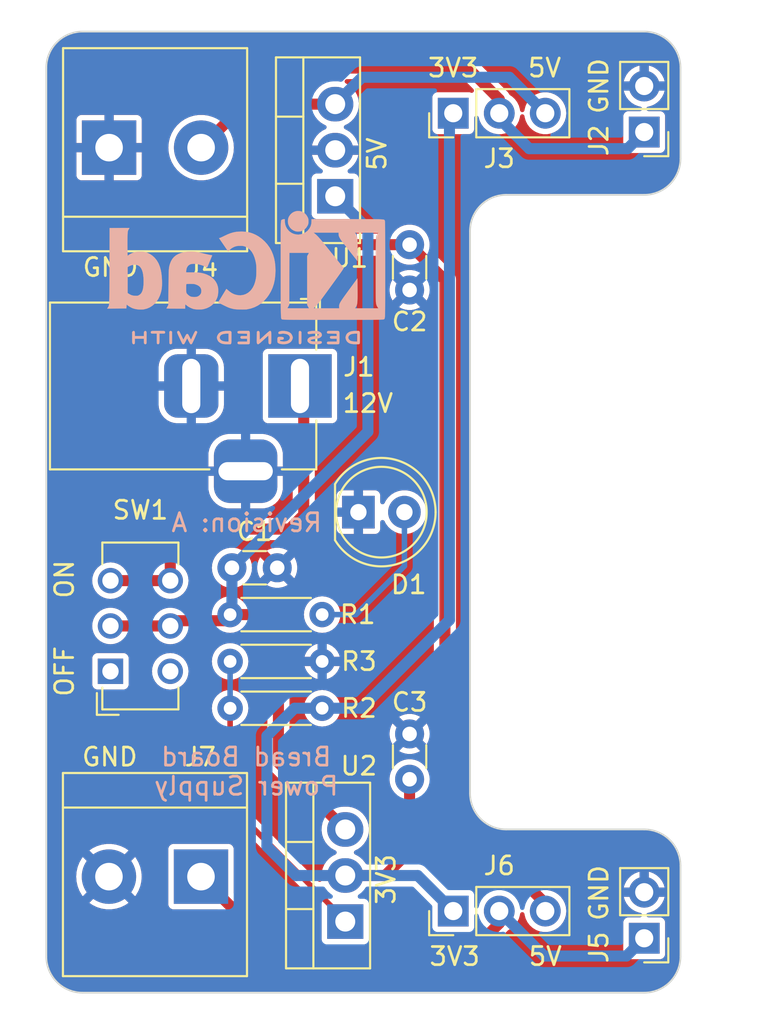
<source format=kicad_pcb>
(kicad_pcb (version 20221018) (generator pcbnew)
  (title_block (title "Bread Board Power Supply") (date "2023-12-08") (rev "A") (company "Project 2 of KiCad Like a Pro"))
  (layers (0 "F.Cu" signal) (31 "B.Cu" signal) (34 "B.Paste" user) (35 "F.Paste" user) (36 "B.SilkS" user "B.Silkscreen") (37 "F.SilkS" user "F.Silkscreen") (38 "B.Mask" user) (39 "F.Mask" user) (44 "Edge.Cuts" user))
  (net 0 "")
  (net 1 "/12V")
  (net 2 "GND")
  (net 3 "/3V3")
  (net 4 "/5V")
  (net 5 "Net-(D1-A)")
  (net 6 "Net-(SW1A-C)")
  (net 7 "/DOWN")
  (net 8 "/UP")
  (net 9 "Net-(U2-ADJ)")
  (footprint "TerminalBlock:TerminalBlock_bornier-2_P5.08mm" (layer "F.Cu") (at 134.5361 116.6016 180)
    (fp_text reference "J7" (at 0.0361 6.6016) (layer "F.SilkS"))
    (fp_text value "Screw_Terminal_01x02")
    (fp_text user "GND" (at 5.0361 6.6016 unlocked) (layer "F.SilkS"))
    (pad "1" thru_hole rect (at 0 0 180) (size 3 3) (drill 1.52) (layers "*.Cu" "*.Mask") (net 7 "/DOWN"))
    (pad "2" thru_hole circle (at 5.08 0 180) (size 3 3) (drill 1.52) (layers "*.Cu" "*.Mask") (net 2 "GND"))
  )
  (footprint "Capacitor_THT:C_Disc_D3.0mm_W1.6mm_P2.50mm" (layer "F.Cu") (at 146.05 111.232 90)
    (fp_text reference "C3" (at 4.25 0) (layer "F.SilkS"))
    (fp_text value "1uF")
    (pad "1" thru_hole circle (at 0 0 90) (size 1.6 1.6) (drill 0.8) (layers "*.Cu" "*.Mask") (net 3 "/3V3"))
    (pad "2" thru_hole circle (at 2.5 0 90) (size 1.6 1.6) (drill 0.8) (layers "*.Cu" "*.Mask") (net 2 "GND"))
  )
  (footprint "Connector_PinHeader_2.54mm:PinHeader_1x03_P2.54mm_Vertical" (layer "F.Cu") (at 148.46 118.5 90)
    (fp_text reference "J6" (at 2.5 2.54 180) (layer "F.SilkS"))
    (fp_text value "Conn_01x03_Pin")
    (fp_text user "5V" (at -2.5 5.08 unlocked) (layer "F.SilkS"))
    (fp_text user "3V3" (at -2.5 0.08 unlocked) (layer "F.SilkS"))
    (pad "1" thru_hole rect locked (at 0 0 90) (size 1.7 1.7) (drill 1) (layers "*.Cu" "*.Mask") (net 3 "/3V3"))
    (pad "2" thru_hole oval locked (at 0 2.54 90) (size 1.7 1.7) (drill 1) (layers "*.Cu" "*.Mask") (net 7 "/DOWN"))
    (pad "3" thru_hole oval locked (at 0 5.08 90) (size 1.7 1.7) (drill 1) (layers "*.Cu" "*.Mask") (net 4 "/5V"))
  )
  (footprint "LED_THT:LED_D5.0mm" (layer "F.Cu") (at 143.225 96.5)
    (fp_text reference "D1" (at 2.775 4) (layer "F.SilkS"))
    (fp_text value "LED")
    (pad "1" thru_hole rect (at 0 0) (size 1.8 1.8) (drill 0.9) (layers "*.Cu" "*.Mask") (net 2 "GND"))
    (pad "2" thru_hole circle (at 2.54 0) (size 1.8 1.8) (drill 0.9) (layers "*.Cu" "*.Mask") (net 5 "Net-(D1-A)"))
  )
  (footprint "Resistor_THT:R_Axial_DIN0204_L3.6mm_D1.6mm_P5.08mm_Horizontal" (layer "F.Cu") (at 141.224 107.315 180)
    (fp_text reference "R2" (at -2.032 0) (layer "F.SilkS"))
    (fp_text value "330R")
    (pad "1" thru_hole circle (at 0 0 180) (size 1.4 1.4) (drill 0.7) (layers "*.Cu" "*.Mask") (net 3 "/3V3"))
    (pad "2" thru_hole oval (at 5.08 0 180) (size 1.4 1.4) (drill 0.7) (layers "*.Cu" "*.Mask") (net 9 "Net-(U2-ADJ)"))
  )
  (footprint "TerminalBlock:TerminalBlock_bornier-2_P5.08mm" (layer "F.Cu") (at 129.4639 76.3984)
    (fp_text reference "J4" (at 5.1561 6.6016) (layer "F.SilkS"))
    (fp_text value "Screw_Terminal_01x02")
    (fp_text user "GND" (at 0.0761 6.6016 unlocked) (layer "F.SilkS"))
    (pad "1" thru_hole rect (at 0 0) (size 3 3) (drill 1.52) (layers "*.Cu" "*.Mask") (net 2 "GND"))
    (pad "2" thru_hole circle (at 5.08 0) (size 3 3) (drill 1.52) (layers "*.Cu" "*.Mask") (net 8 "/UP"))
  )
  (footprint "Connector_PinHeader_2.54mm:PinHeader_1x03_P2.54mm_Vertical" (layer "F.Cu") (at 148.46 74.5 90)
    (fp_text reference "J3" (at -2.5 2.54) (layer "F.SilkS"))
    (fp_text value "Conn_01x03_Pin")
    (fp_text user "3V3" (at 2.5 0 unlocked) (layer "F.SilkS"))
    (fp_text user "5V" (at 2.5 5.04 unlocked) (layer "F.SilkS"))
    (pad "1" thru_hole rect locked (at 0 0 90) (size 1.7 1.7) (drill 1) (layers "*.Cu" "*.Mask") (net 3 "/3V3"))
    (pad "2" thru_hole oval locked (at 0 2.54 90) (size 1.7 1.7) (drill 1) (layers "*.Cu" "*.Mask") (net 8 "/UP"))
    (pad "3" thru_hole oval locked (at 0 5.08 90) (size 1.7 1.7) (drill 1) (layers "*.Cu" "*.Mask") (net 4 "/5V"))
  )
  (footprint "Button_Switch_THT:SW_CuK_JS202011CQN_DPDT_Straight" (layer "F.Cu") (at 129.54 105.2775 90)
    (fp_text reference "SW1" (at 8.89 1.65) (layer "F.SilkS"))
    (fp_text value "SW_DPDT_x2")
    (fp_text user "ON" (at 5.08 -2.54 90 unlocked) (layer "F.SilkS"))
    (fp_text user "OFF" (at 0 -2.54 90 unlocked) (layer "F.SilkS"))
    (pad "1" thru_hole rect (at 0 0 90) (size 1.4 1.4) (drill 0.9) (layers "*.Cu" "*.Mask"))
    (pad "2" thru_hole circle (at 2.5 0 90) (size 1.4 1.4) (drill 0.9) (layers "*.Cu" "*.Mask") (net 1 "/12V"))
    (pad "3" thru_hole circle (at 5 0 90) (size 1.4 1.4) (drill 0.9) (layers "*.Cu" "*.Mask") (net 6 "Net-(SW1A-C)"))
    (pad "4" thru_hole circle (at 0 3.3 90) (size 1.4 1.4) (drill 0.9) (layers "*.Cu" "*.Mask"))
    (pad "5" thru_hole circle (at 2.5 3.3 90) (size 1.4 1.4) (drill 0.9) (layers "*.Cu" "*.Mask") (net 1 "/12V"))
    (pad "6" thru_hole circle (at 5 3.3 90) (size 1.4 1.4) (drill 0.9) (layers "*.Cu" "*.Mask") (net 6 "Net-(SW1A-C)"))
  )
  (footprint "Connector_BarrelJack:BarrelJack_Horizontal" (layer "F.Cu") (at 140 89.5425)
    (fp_text reference "J1" (at 3.25 -1.0425) (layer "F.SilkS"))
    (fp_text value "Barrel_Jack_Switch")
    (fp_text user "12V" (at 3.75 0.9575 unlocked) (layer "F.SilkS"))
    (pad "1" thru_hole rect (at 0 0) (size 3.5 3.5) (drill oval 1 3) (layers "*.Cu" "*.Mask") (net 6 "Net-(SW1A-C)"))
    (pad "2" thru_hole roundrect (at -6 0) (size 3 3.5) (drill oval 1 3) (layers "*.Cu" "*.Mask") (net 2 "GND"))
    (pad "3" thru_hole roundrect (at -3 4.7) (size 3.5 3.5) (drill oval 3 1) (layers "*.Cu" "*.Mask") (net 2 "GND"))
  )
  (footprint "Connector_PinHeader_2.54mm:PinHeader_1x02_P2.54mm_Vertical" (layer "F.Cu") (at 159 75.54 180)
    (fp_text reference "J2" (at 2.5 -0.46 90) (layer "F.SilkS"))
    (fp_text value "Conn_01x02_Pin")
    (fp_text user "GND" (at 2.5 2.54 90 unlocked) (layer "F.SilkS"))
    (pad "1" thru_hole rect locked (at 0 0 180) (size 1.7 1.7) (drill 1) (layers "*.Cu" "*.Mask") (net 8 "/UP"))
    (pad "2" thru_hole oval locked (at 0 2.54 180) (size 1.7 1.7) (drill 1) (layers "*.Cu" "*.Mask") (net 2 "GND"))
  )
  (footprint "Capacitor_THT:C_Disc_D3.0mm_W1.6mm_P2.50mm" (layer "F.Cu") (at 146.05 81.75 -90)
    (fp_text reference "C2" (at 4.25 0 -180) (layer "F.SilkS"))
    (fp_text value "100nF")
    (pad "1" thru_hole circle (at 0 0 270) (size 1.6 1.6) (drill 0.8) (layers "*.Cu" "*.Mask") (net 4 "/5V"))
    (pad "2" thru_hole circle (at 2.5 0 270) (size 1.6 1.6) (drill 0.8) (layers "*.Cu" "*.Mask") (net 2 "GND"))
  )
  (footprint "Package_TO_SOT_THT:TO-220-3_Vertical" (layer "F.Cu") (at 141.945 79.08 90)
    (fp_text reference "U1" (at -3.42 0.805 180) (layer "F.SilkS"))
    (fp_text value "LM7805_TO220")
    (fp_text user "5V" (at 2.33 2.305 90 unlocked) (layer "F.SilkS"))
    (pad "1" thru_hole rect (at 0 0 90) (size 1.905 2) (drill 1.1) (layers "*.Cu" "*.Mask") (net 1 "/12V"))
    (pad "2" thru_hole oval (at 2.54 0 90) (size 1.905 2) (drill 1.1) (layers "*.Cu" "*.Mask") (net 2 "GND"))
    (pad "3" thru_hole oval (at 5.08 0 90) (size 1.905 2) (drill 1.1) (layers "*.Cu" "*.Mask") (net 4 "/5V"))
  )
  (footprint "Capacitor_THT:C_Disc_D3.0mm_W1.6mm_P2.50mm" (layer "F.Cu") (at 136.244 99.568)
    (fp_text reference "C1" (at 1.25 -2) (layer "F.SilkS"))
    (fp_text value "10uF")
    (pad "1" thru_hole circle (at 0 0) (size 1.6 1.6) (drill 0.8) (layers "*.Cu" "*.Mask") (net 1 "/12V"))
    (pad "2" thru_hole circle (at 2.5 0) (size 1.6 1.6) (drill 0.8) (layers "*.Cu" "*.Mask") (net 2 "GND"))
  )
  (footprint "Resistor_THT:R_Axial_DIN0204_L3.6mm_D1.6mm_P5.08mm_Horizontal" (layer "F.Cu") (at 136.144 102.150333)
    (fp_text reference "R1" (at 7.04 0) (layer "F.SilkS"))
    (fp_text value "330R")
    (pad "1" thru_hole circle (at 0 0) (size 1.4 1.4) (drill 0.7) (layers "*.Cu" "*.Mask") (net 1 "/12V"))
    (pad "2" thru_hole oval (at 5.08 0) (size 1.4 1.4) (drill 0.7) (layers "*.Cu" "*.Mask") (net 5 "Net-(D1-A)"))
  )
  (footprint "Resistor_THT:R_Axial_DIN0204_L3.6mm_D1.6mm_P5.08mm_Horizontal" (layer "F.Cu") (at 136.144 104.732666)
    (fp_text reference "R3" (at 7.112 0) (layer "F.SilkS"))
    (fp_text value "560R")
    (pad "1" thru_hole circle (at 0 0) (size 1.4 1.4) (drill 0.7) (layers "*.Cu" "*.Mask") (net 9 "Net-(U2-ADJ)"))
    (pad "2" thru_hole oval (at 5.08 0) (size 1.4 1.4) (drill 0.7) (layers "*.Cu" "*.Mask") (net 2 "GND"))
  )
  (footprint "Connector_PinHeader_2.54mm:PinHeader_1x02_P2.54mm_Vertical" (layer "F.Cu") (at 159 120 180)
    (fp_text reference "J5" (at 2.5 -0.5 90) (layer "F.SilkS"))
    (fp_text value "Conn_01x02_Pin")
    (fp_text user "GND" (at 2.5 2.5 90 unlocked) (layer "F.SilkS"))
    (pad "1" thru_hole rect locked (at 0 0 180) (size 1.7 1.7) (drill 1) (layers "*.Cu" "*.Mask") (net 7 "/DOWN"))
    (pad "2" thru_hole oval locked (at 0 2.54 180) (size 1.7 1.7) (drill 1) (layers "*.Cu" "*.Mask") (net 2 "GND"))
  )
  (footprint "Package_TO_SOT_THT:TO-220-3_Vertical" (layer "F.Cu") (at 142.5 119.08 90)
    (fp_text reference "U2" (at 8.58 0.75 180) (layer "F.SilkS"))
    (fp_text value "LM317_TO-220")
    (fp_text user "3V3" (at 2.33 2.25 90 unlocked) (layer "F.SilkS"))
    (pad "1" thru_hole rect (at 0 0 90) (size 1.905 2) (drill 1.1) (layers "*.Cu" "*.Mask") (net 9 "Net-(U2-ADJ)"))
    (pad "2" thru_hole oval (at 2.54 0 90) (size 1.905 2) (drill 1.1) (layers "*.Cu" "*.Mask") (net 3 "/3V3"))
    (pad "3" thru_hole oval (at 5.08 0 90) (size 1.905 2) (drill 1.1) (layers "*.Cu" "*.Mask") (net 1 "/12V"))
  )
  (footprint "Symbol:KiCad-Logo2_6mm_SilkScreen" (layer "B.Cu") (at 137.040487 82.870848 180)
    (fp_text reference "TAG1" hide)
    (fp_text value "KiCad-Logo2_6mm_SilkScreen" hide)
  )
  (gr_arc (start 149.384 81) (mid 149.969786 79.585786) (end 151.384 79) (stroke (width 0.1)) (layer "Edge.Cuts"))
  (gr_line (start 161 72) (end 161 77) (stroke (width 0.1)) (layer "Edge.Cuts"))
  (gr_arc (start 128 123) (mid 126.585786 122.414214) (end 126 121) (stroke (width 0.1)) (layer "Edge.Cuts"))
  (gr_arc (start 161 121) (mid 160.414214 122.414214) (end 159 123) (stroke (width 0.1)) (layer "Edge.Cuts"))
  (gr_arc (start 151.384 114) (mid 149.969786 113.414214) (end 149.384 112) (stroke (width 0.1)) (layer "Edge.Cuts"))
  (gr_line (start 128 70) (end 159 70) (stroke (width 0.1)) (layer "Edge.Cuts"))
  (gr_arc (start 159 114) (mid 160.414214 114.585786) (end 161 116) (stroke (width 0.1)) (layer "Edge.Cuts"))
  (gr_line (start 126 72) (end 126 121) (stroke (width 0.1)) (layer "Edge.Cuts"))
  (gr_line (start 161 116) (end 161 121) (stroke (width 0.1)) (layer "Edge.Cuts"))
  (gr_line (start 149.384 112) (end 149.384 81) (stroke (width 0.1)) (layer "Edge.Cuts"))
  (gr_line (start 128 123) (end 159 123) (stroke (width 0.1)) (layer "Edge.Cuts"))
  (gr_arc (start 126 72) (mid 126.585786 70.585786) (end 128 70) (stroke (width 0.1)) (layer "Edge.Cuts"))
  (gr_arc (start 161 77) (mid 160.414214 78.414214) (end 159 79) (stroke (width 0.1)) (layer "Edge.Cuts"))
  (gr_line (start 151.384 114) (end 159 114) (stroke (width 0.1)) (layer "Edge.Cuts"))
  (gr_line (start 151.384 79) (end 159 79) (stroke (width 0.1)) (layer "Edge.Cuts"))
  (gr_arc (start 159 70) (mid 160.414214 70.585786) (end 161 72) (stroke (width 0.1)) (layer "Edge.Cuts"))
  (gr_text "Bread Board\nPower Supply" (at 137.033 112.1918) (layer "B.SilkS") (effects (font (size 1 1)) (justify bottom mirror)))
  (gr_text "Revision: A" (at 141.300857 97.663) (layer "B.SilkS") (effects (font (size 1 1)) (justify left bottom mirror)))
  (segment (start 137.710333 102.150333) (end 138.811 103.251) (width 0.6096) (layer "F.Cu") (net 1))
  (segment (start 129.54 102.7775) (end 132.84 102.7775) (width 0.6096) (layer "F.Cu") (net 1))
  (segment (start 133.1285 102.489) (end 135.805333 102.489) (width 0.6096) (layer "F.Cu") (net 1))
  (segment (start 135.805333 102.489) (end 136.144 102.150333) (width 0.6096) (layer "F.Cu") (net 1))
  (segment (start 132.84 102.7775) (end 133.1285 102.489) (width 0.6096) (layer "F.Cu") (net 1))
  (segment (start 138.811 110.311) (end 142.5 114) (width 0.6096) (layer "F.Cu") (net 1))
  (segment (start 138.811 103.251) (end 138.811 110.311) (width 0.6096) (layer "F.Cu") (net 1))
  (segment (start 136.144 102.150333) (end 137.710333 102.150333) (width 0.6096) (layer "F.Cu") (net 1))
  (segment (start 136.244 99.568) (end 136.244 102.050333) (width 0.6096) (layer "B.Cu") (net 1))
  (segment (start 143.75 92.062) (end 136.244 99.568) (width 0.6096) (layer "B.Cu") (net 1))
  (segment (start 136.244 102.050333) (end 136.144 102.150333) (width 0.6096) (layer "B.Cu") (net 1))
  (segment (start 143.75 80.885) (end 143.75 92.062) (width 0.6096) (layer "B.Cu") (net 1))
  (segment (start 141.945 79.08) (end 143.75 80.885) (width 0.6096) (layer "B.Cu") (net 1))
  (segment (start 146.05 115.189) (end 144.699 116.54) (width 0.6096) (layer "F.Cu") (net 3))
  (segment (start 144.699 116.54) (end 142.5 116.54) (width 0.6096) (layer "F.Cu") (net 3))
  (segment (start 146.05 111.232) (end 146.05 115.189) (width 0.6096) (layer "F.Cu") (net 3))
  (segment (start 138.176 114.935) (end 138.176 108.839) (width 0.6096) (layer "B.Cu") (net 3))
  (segment (start 142.5 116.54) (end 139.781 116.54) (width 0.6096) (layer "B.Cu") (net 3))
  (segment (start 141.224 107.315) (end 143.383 107.315) (width 0.6096) (layer "B.Cu") (net 3))
  (segment (start 148.25 102.448) (end 148.25 74.71) (width 0.6096) (layer "B.Cu") (net 3))
  (segment (start 139.781 116.54) (end 138.176 114.935) (width 0.6096) (layer "B.Cu") (net 3))
  (segment (start 142.5 116.54) (end 146.5 116.54) (width 0.6096) (layer "B.Cu") (net 3))
  (segment (start 138.176 108.839) (end 139.7 107.315) (width 0.6096) (layer "B.Cu") (net 3))
  (segment (start 146.5 116.54) (end 148.46 118.5) (width 0.6096) (layer "B.Cu") (net 3))
  (segment (start 148.25 74.71) (end 148.46 74.5) (width 0.6096) (layer "B.Cu") (net 3))
  (segment (start 139.7 107.315) (end 141.224 107.315) (width 0.6096) (layer "B.Cu") (net 3))
  (segment (start 143.383 107.315) (end 148.25 102.448) (width 0.6096) (layer "B.Cu") (net 3))
  (segment (start 149.1488 116.6368) (end 152.0952 116.6368) (width 0.6096) (layer "F.Cu") (net 4))
  (segment (start 141.945 74) (end 140.376 74) (width 0.6096) (layer "F.Cu") (net 4))
  (segment (start 153.54 118.0816) (end 153.54 118.5) (width 0.6096) (layer "F.Cu") (net 4))
  (segment (start 140.208 81.75) (end 146.05 81.75) (width 0.6096) (layer "F.Cu") (net 4))
  (segment (start 140.376 74) (end 138.684 75.692) (width 0.6096) (layer "F.Cu") (net 4))
  (segment (start 152.0952 116.6368) (end 153.54 118.0816) (width 0.6096) (layer "F.Cu") (net 4))
  (segment (start 146.05 81.75) (end 148 83.7) (width 0.6096) (layer "F.Cu") (net 4))
  (segment (start 148 115.488) (end 149.1488 116.6368) (width 0.6096) (layer "F.Cu") (net 4))
  (segment (start 138.684 75.692) (end 138.684 80.226) (width 0.6096) (layer "F.Cu") (net 4))
  (segment (start 138.684 80.226) (end 140.208 81.75) (width 0.6096) (layer "F.Cu") (net 4))
  (segment (start 148 83.7) (end 148 115.488) (width 0.6096) (layer "F.Cu") (net 4))
  (segment (start 141.945 74) (end 143.428 72.517) (width 0.6096) (layer "B.Cu") (net 4))
  (segment (start 143.428 72.517) (end 151.557 72.517) (width 0.6096) (layer "B.Cu") (net 4))
  (segment (start 151.557 72.517) (end 153.54 74.5) (width 0.6096) (layer "B.Cu") (net 4))
  (segment (start 141.224 102.150333) (end 143.086667 102.150333) (width 0.3048) (layer "B.Cu") (net 5))
  (segment (start 145.765 99.472) (end 145.765 96.5) (width 0.3048) (layer "B.Cu") (net 5))
  (segment (start 143.086667 102.150333) (end 145.765 99.472) (width 0.3048) (layer "B.Cu") (net 5))
  (segment (start 129.54 100.2775) (end 132.84 100.2775) (width 0.6096) (layer "F.Cu") (net 6))
  (segment (start 132.84 100.2775) (end 132.84 98.7572) (width 0.6096) (layer "F.Cu") (net 6))
  (segment (start 140.208 89.7505) (end 140 89.5425) (width 0.6096) (layer "F.Cu") (net 6))
  (segment (start 139.4206 97.4344) (end 140.208 96.647) (width 0.6096) (layer "F.Cu") (net 6))
  (segment (start 140.208 96.647) (end 140.208 89.7505) (width 0.6096) (layer "F.Cu") (net 6))
  (segment (start 134.1628 97.4344) (end 139.4206 97.4344) (width 0.6096) (layer "F.Cu") (net 6))
  (segment (start 132.84 98.7572) (end 134.1628 97.4344) (width 0.6096) (layer "F.Cu") (net 6))
  (segment (start 151 119.1798) (end 151 118.5) (width 0.6096) (layer "F.Cu") (net 7))
  (segment (start 138.8385 120.904) (end 149.2758 120.904) (width 0.6096) (layer "F.Cu") (net 7))
  (segment (start 134.5361 116.6016) (end 138.8385 120.904) (width 0.6096) (layer "F.Cu") (net 7))
  (segment (start 149.2758 120.904) (end 151 119.1798) (width 0.6096) (layer "F.Cu") (net 7))
  (segment (start 158.0198 120.9802) (end 159 120) (width 0.6096) (layer "B.Cu") (net 7))
  (segment (start 153.4802 120.9802) (end 158.0198 120.9802) (width 0.6096) (layer "B.Cu") (net 7))
  (segment (start 151 118.5) (end 153.4802 120.9802) (width 0.6096) (layer "B.Cu") (net 7))
  (segment (start 151 73.7332) (end 151 74.5) (width 0.6096) (layer "F.Cu") (net 8))
  (segment (start 149.2758 72.009) (end 151 73.7332) (width 0.6096) (layer "F.Cu") (net 8))
  (segment (start 138.9333 72.009) (end 149.2758 72.009) (width 0.6096) (layer "F.Cu") (net 8))
  (segment (start 134.5439 76.3984) (end 138.9333 72.009) (width 0.6096) (layer "F.Cu") (net 8))
  (segment (start 152.654 76.454) (end 158.086 76.454) (width 0.6096) (layer "B.Cu") (net 8))
  (segment (start 151 74.5) (end 151 74.8) (width 0.6096) (layer "B.Cu") (net 8))
  (segment (start 151 74.8) (end 152.654 76.454) (width 0.6096) (layer "B.Cu") (net 8))
  (segment (start 158.086 76.454) (end 159 75.54) (width 0.6096) (layer "B.Cu") (net 8))
  (segment (start 142.5 119.005) (end 136.144 112.649) (width 0.3048) (layer "F.Cu") (net 9))
  (segment (start 136.144 112.649) (end 136.144 107.315) (width 0.3048) (layer "F.Cu") (net 9))
  (segment (start 142.5 119.08) (end 142.5 119.005) (width 0.3048) (layer "F.Cu") (net 9))
  (segment (start 136.144 107.315) (end 136.144 104.732666) (width 0.3048) (layer "B.Cu") (net 9))
  (zone (net 2) (net_name "GND") (layer "F.Cu") (connect_pads (clearance 0.3048)) (min_thickness 0.254) (fill yes (thermal_gap 0.3048) (thermal_bridge_width 0.508))
    (polygon (pts (xy 124.46 68.707) (xy 162.56 68.707) (xy 162.56 124.587) (xy 124.46 124.587)))
  )
  (zone (net 2) (net_name "GND") (layer "B.Cu") (connect_pads (clearance 0.3048)) (min_thickness 0.254) (fill yes (thermal_gap 0.3048) (thermal_bridge_width 0.508))
    (polygon (pts (xy 124.46 68.58) (xy 162.56 68.58) (xy 162.56 124.46) (xy 124.46 124.46)))
  )
)
</source>
